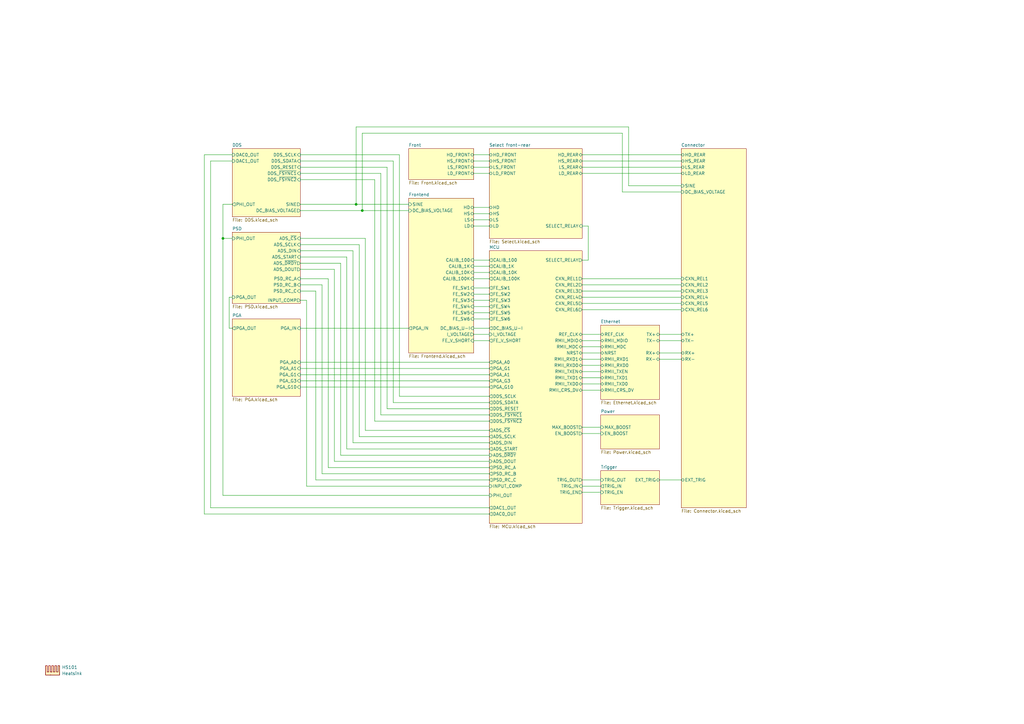
<source format=kicad_sch>
(kicad_sch (version 20231120) (generator "eeschema") (generator_version "8.0")
  (paper "A3")
  (lib_symbols
    (symbol "Mechanical:Heatsink" (pin_names (offset 1.016)) (exclude_from_sim yes)
      (property "Reference" "HS" (at 0 5.08 0))
      (property "Value" "Heatsink" (at 0 -1.27 0))
      (symbol "Heatsink_0_1"
        (polyline (pts (xy -0.3302 1.27) (xy -0.9652 1.27) (xy -0.9652 3.81) (xy -1.6002 3.81) (xy -1.6002 1.27) (xy -2.2352 1.27) (xy -2.2352 3.81) (xy -2.8702 3.81) (xy -2.8702 0) (xy -0.9652 0)) (stroke (width 0.254)) (fill (type background)))
        (polyline (pts (xy -0.3302 1.27) (xy -0.3302 3.81) (xy 0.3048 3.81) (xy 0.3048 1.27) (xy 0.9398 1.27) (xy 0.9398 3.81) (xy 1.5748 3.81) (xy 1.5748 1.27) (xy 2.2098 1.27) (xy 2.2098 3.81) (xy 2.8448 3.81) (xy 2.8448 0) (xy -0.9652 0)) (stroke (width 0.254)) (fill (type background)))
      )
    )
  )
  (junction (at 146.05 83.82))
  (junction (at 148.59 86.36))
  (junction (at 91.44 97.79))
  (wire (pts (xy 144.78 181.61) (xy 144.78 102.87)))
  (wire (pts (xy 194.31 134.62) (xy 200.66 134.62)))
  (wire (pts (xy 238.76 63.5) (xy 279.4 63.5)))
  (wire (pts (xy 238.76 139.7) (xy 246.38 139.7)))
  (wire (pts (xy 125.73 199.39) (xy 125.73 123.19)))
  (wire (pts (xy 194.31 125.73) (xy 200.66 125.73)))
  (wire (pts (xy 148.59 86.36) (xy 167.64 86.36)))
  (wire (pts (xy 200.66 176.53) (xy 149.86 176.53)))
  (wire (pts (xy 194.31 111.76) (xy 200.66 111.76)))
  (wire (pts (xy 255.27 54.61) (xy 148.59 54.61)))
  (wire (pts (xy 83.82 63.5) (xy 95.25 63.5)))
  (wire (pts (xy 200.66 191.77) (xy 134.62 191.77)))
  (wire (pts (xy 194.31 87.63) (xy 200.66 87.63)))
  (wire (pts (xy 238.76 201.93) (xy 246.38 201.93)))
  (wire (pts (xy 238.76 121.92) (xy 279.4 121.92)))
  (wire (pts (xy 257.81 76.2) (xy 257.81 52.07)))
  (wire (pts (xy 200.66 181.61) (xy 144.78 181.61)))
  (wire (pts (xy 132.08 116.84) (xy 123.19 116.84)))
  (wire (pts (xy 194.31 85.09) (xy 200.66 85.09)))
  (wire (pts (xy 156.21 71.12) (xy 123.19 71.12)))
  (wire (pts (xy 194.31 63.5) (xy 200.66 63.5)))
  (wire (pts (xy 123.19 86.36) (xy 148.59 86.36)))
  (wire (pts (xy 142.24 105.41) (xy 123.19 105.41)))
  (wire (pts (xy 238.76 149.86) (xy 246.38 149.86)))
  (wire (pts (xy 93.98 134.62) (xy 93.98 121.92)))
  (wire (pts (xy 200.66 179.07) (xy 147.32 179.07)))
  (wire (pts (xy 238.76 119.38) (xy 279.4 119.38)))
  (wire (pts (xy 91.44 97.79) (xy 91.44 203.2)))
  (wire (pts (xy 86.36 66.04) (xy 95.25 66.04)))
  (wire (pts (xy 161.29 66.04) (xy 123.19 66.04)))
  (wire (pts (xy 83.82 210.82) (xy 83.82 63.5)))
  (wire (pts (xy 238.76 152.4) (xy 246.38 152.4)))
  (wire (pts (xy 123.19 153.67) (xy 200.66 153.67)))
  (wire (pts (xy 238.76 196.85) (xy 246.38 196.85)))
  (wire (pts (xy 200.66 196.85) (xy 129.54 196.85)))
  (wire (pts (xy 134.62 114.3) (xy 123.19 114.3)))
  (wire (pts (xy 238.76 144.78) (xy 246.38 144.78)))
  (wire (pts (xy 144.78 102.87) (xy 123.19 102.87)))
  (wire (pts (xy 158.75 167.64) (xy 158.75 68.58)))
  (wire (pts (xy 194.31 123.19) (xy 200.66 123.19)))
  (wire (pts (xy 93.98 134.62) (xy 95.25 134.62)))
  (wire (pts (xy 200.66 186.69) (xy 139.7 186.69)))
  (wire (pts (xy 194.31 114.3) (xy 200.66 114.3)))
  (wire (pts (xy 132.08 194.31) (xy 132.08 116.84)))
  (wire (pts (xy 137.16 110.49) (xy 123.19 110.49)))
  (wire (pts (xy 238.76 106.68) (xy 241.3 106.68)))
  (wire (pts (xy 194.31 109.22) (xy 200.66 109.22)))
  (wire (pts (xy 238.76 71.12) (xy 279.4 71.12)))
  (wire (pts (xy 270.51 139.7) (xy 279.4 139.7)))
  (wire (pts (xy 270.51 144.78) (xy 279.4 144.78)))
  (wire (pts (xy 129.54 119.38) (xy 123.19 119.38)))
  (wire (pts (xy 200.66 162.56) (xy 163.83 162.56)))
  (wire (pts (xy 123.19 134.62) (xy 167.64 134.62)))
  (wire (pts (xy 255.27 78.74) (xy 255.27 54.61)))
  (wire (pts (xy 241.3 106.68) (xy 241.3 92.71)))
  (wire (pts (xy 200.66 208.28) (xy 86.36 208.28)))
  (wire (pts (xy 129.54 196.85) (xy 129.54 119.38)))
  (wire (pts (xy 270.51 196.85) (xy 279.4 196.85)))
  (wire (pts (xy 238.76 157.48) (xy 246.38 157.48)))
  (wire (pts (xy 238.76 68.58) (xy 279.4 68.58)))
  (wire (pts (xy 238.76 124.46) (xy 279.4 124.46)))
  (wire (pts (xy 194.31 90.17) (xy 200.66 90.17)))
  (wire (pts (xy 270.51 147.32) (xy 279.4 147.32)))
  (wire (pts (xy 194.31 120.65) (xy 200.66 120.65)))
  (wire (pts (xy 148.59 54.61) (xy 148.59 86.36)))
  (wire (pts (xy 238.76 66.04) (xy 279.4 66.04)))
  (wire (pts (xy 200.66 165.1) (xy 161.29 165.1)))
  (wire (pts (xy 137.16 189.23) (xy 137.16 110.49)))
  (wire (pts (xy 200.66 170.18) (xy 156.21 170.18)))
  (wire (pts (xy 194.31 130.81) (xy 200.66 130.81)))
  (wire (pts (xy 270.51 137.16) (xy 279.4 137.16)))
  (wire (pts (xy 139.7 107.95) (xy 123.19 107.95)))
  (wire (pts (xy 200.66 194.31) (xy 132.08 194.31)))
  (wire (pts (xy 86.36 208.28) (xy 86.36 66.04)))
  (wire (pts (xy 146.05 83.82) (xy 167.64 83.82)))
  (wire (pts (xy 139.7 186.69) (xy 139.7 107.95)))
  (wire (pts (xy 158.75 68.58) (xy 123.19 68.58)))
  (wire (pts (xy 91.44 97.79) (xy 91.44 83.82)))
  (wire (pts (xy 153.67 172.72) (xy 153.67 73.66)))
  (wire (pts (xy 194.31 92.71) (xy 200.66 92.71)))
  (wire (pts (xy 200.66 210.82) (xy 83.82 210.82)))
  (wire (pts (xy 194.31 118.11) (xy 200.66 118.11)))
  (wire (pts (xy 153.67 73.66) (xy 123.19 73.66)))
  (wire (pts (xy 194.31 68.58) (xy 200.66 68.58)))
  (wire (pts (xy 123.19 148.59) (xy 200.66 148.59)))
  (wire (pts (xy 149.86 176.53) (xy 149.86 97.79)))
  (wire (pts (xy 241.3 92.71) (xy 238.76 92.71)))
  (wire (pts (xy 149.86 97.79) (xy 123.19 97.79)))
  (wire (pts (xy 238.76 154.94) (xy 246.38 154.94)))
  (wire (pts (xy 279.4 76.2) (xy 257.81 76.2)))
  (wire (pts (xy 142.24 184.15) (xy 142.24 105.41)))
  (wire (pts (xy 123.19 151.13) (xy 200.66 151.13)))
  (wire (pts (xy 147.32 179.07) (xy 147.32 100.33)))
  (wire (pts (xy 91.44 83.82) (xy 95.25 83.82)))
  (wire (pts (xy 200.66 184.15) (xy 142.24 184.15)))
  (wire (pts (xy 279.4 78.74) (xy 255.27 78.74)))
  (wire (pts (xy 194.31 128.27) (xy 200.66 128.27)))
  (wire (pts (xy 161.29 165.1) (xy 161.29 66.04)))
  (wire (pts (xy 123.19 83.82) (xy 146.05 83.82)))
  (wire (pts (xy 125.73 123.19) (xy 123.19 123.19)))
  (wire (pts (xy 163.83 162.56) (xy 163.83 63.5)))
  (wire (pts (xy 194.31 71.12) (xy 200.66 71.12)))
  (wire (pts (xy 91.44 97.79) (xy 95.25 97.79)))
  (wire (pts (xy 238.76 114.3) (xy 279.4 114.3)))
  (wire (pts (xy 200.66 172.72) (xy 153.67 172.72)))
  (wire (pts (xy 146.05 52.07) (xy 146.05 83.82)))
  (wire (pts (xy 238.76 142.24) (xy 246.38 142.24)))
  (wire (pts (xy 156.21 170.18) (xy 156.21 71.12)))
  (wire (pts (xy 238.76 116.84) (xy 279.4 116.84)))
  (wire (pts (xy 238.76 175.26) (xy 246.38 175.26)))
  (wire (pts (xy 134.62 191.77) (xy 134.62 114.3)))
  (wire (pts (xy 147.32 100.33) (xy 123.19 100.33)))
  (wire (pts (xy 93.98 121.92) (xy 95.25 121.92)))
  (wire (pts (xy 238.76 177.8) (xy 246.38 177.8)))
  (wire (pts (xy 238.76 160.02) (xy 246.38 160.02)))
  (wire (pts (xy 238.76 199.39) (xy 246.38 199.39)))
  (wire (pts (xy 200.66 167.64) (xy 158.75 167.64)))
  (wire (pts (xy 200.66 189.23) (xy 137.16 189.23)))
  (wire (pts (xy 194.31 66.04) (xy 200.66 66.04)))
  (wire (pts (xy 238.76 147.32) (xy 246.38 147.32)))
  (wire (pts (xy 194.31 137.16) (xy 200.66 137.16)))
  (wire (pts (xy 123.19 156.21) (xy 200.66 156.21)))
  (wire (pts (xy 200.66 199.39) (xy 125.73 199.39)))
  (wire (pts (xy 238.76 137.16) (xy 246.38 137.16)))
  (wire (pts (xy 163.83 63.5) (xy 123.19 63.5)))
  (wire (pts (xy 238.76 127) (xy 279.4 127)))
  (wire (pts (xy 194.31 139.7) (xy 200.66 139.7)))
  (wire (pts (xy 194.31 106.68) (xy 200.66 106.68)))
  (wire (pts (xy 91.44 203.2) (xy 200.66 203.2)))
  (wire (pts (xy 123.19 158.75) (xy 200.66 158.75)))
  (wire (pts (xy 257.81 52.07) (xy 146.05 52.07)))
  (symbol (lib_id "Mechanical:Heatsink") (at 21.59 276.86 0) (unit 1) (exclude_from_sim yes)
    (property "Reference" "HS101" (at 25.4 273.6849 0) (effects (justify left)))
    (property "Value" "Heatsink" (at 25.4 276.2249 0) (effects (justify left)))
    (property "Footprint" "ETH1LCR3:960-19-12-S-AB-0" (effects (hide yes)))
    (property "Description" "Heatsink" (effects (hide yes)))
  )
  (sheet (at 167.64 81.28) (size 26.67 63.5) (stroke (width 0.1524)) (fill (color 255 255 194 1.0000))
    (property "Sheetname" "Frontend" (at 167.64 80.5684 0) (effects (justify left bottom)))
    (property "Sheetfile" "Frontend.kicad_sch" (at 167.64 145.3646 0) (effects (justify left top)))
    (pin "I_VOLTAGE" output (at 194.31 137.16 0))
    (pin "FE_V_SHORT" input (at 194.31 139.7 0))
    (pin "LS" bidirectional (at 194.31 90.17 0))
    (pin "HD" bidirectional (at 194.31 85.09 0))
    (pin "HS" bidirectional (at 194.31 87.63 0))
    (pin "LD" bidirectional (at 194.31 92.71 0))
    (pin "FE_SW3" input (at 194.31 123.19 0))
    (pin "FE_SW4" input (at 194.31 125.73 0))
    (pin "FE_SW2" input (at 194.31 120.65 0))
    (pin "FE_SW1" input (at 194.31 118.11 0))
    (pin "SINE" input (at 167.64 83.82 180))
    (pin "DC_BIAS_U-I" input (at 194.31 134.62 0))
    (pin "DC_BIAS_VOLTAGE" input (at 167.64 86.36 180))
    (pin "FE_SW6" input (at 194.31 130.81 0))
    (pin "FE_SW5" input (at 194.31 128.27 0))
    (pin "CALIB_100K" input (at 194.31 114.3 0))
    (pin "CALIB_10K" input (at 194.31 111.76 0))
    (pin "CALIB_1K" input (at 194.31 109.22 0))
    (pin "CALIB_100" input (at 194.31 106.68 0))
    (pin "PGA_IN" output (at 167.64 134.62 180))
  )
  (sheet (at 246.38 170.18) (size 24.13 13.97) (stroke (width 0.1524)) (fill (color 255 255 194 1.0000))
    (property "Sheetname" "Power" (at 246.38 169.4684 0) (effects (justify left bottom)))
    (property "Sheetfile" "Power.kicad_sch" (at 246.38 184.7346 0) (effects (justify left top)))
    (pin "MAX_BOOST" input (at 246.38 175.26 180))
    (pin "EN_BOOST" input (at 246.38 177.8 180))
  )
  (sheet (at 279.4 60.96) (size 26.67 147.32) (stroke (width 0.1524)) (fill (color 255 255 194 1.0000))
    (property "Sheetname" "Connector" (at 279.4 60.2484 0) (effects (justify left bottom)))
    (property "Sheetfile" "Connector.kicad_sch" (at 279.4 208.8646 0) (effects (justify left top)))
    (pin "TX-" bidirectional (at 279.4 139.7 180))
    (pin "TX+" bidirectional (at 279.4 137.16 180))
    (pin "RX-" bidirectional (at 279.4 147.32 180))
    (pin "RX+" bidirectional (at 279.4 144.78 180))
    (pin "HS_REAR" bidirectional (at 279.4 66.04 180))
    (pin "HD_REAR" bidirectional (at 279.4 63.5 180))
    (pin "LS_REAR" bidirectional (at 279.4 68.58 180))
    (pin "LD_REAR" bidirectional (at 279.4 71.12 180))
    (pin "EXT_TRIG" bidirectional (at 279.4 196.85 180))
    (pin "CXN_REL1" input (at 279.4 114.3 180))
    (pin "CXN_REL4" input (at 279.4 121.92 180))
    (pin "CXN_REL2" input (at 279.4 116.84 180))
    (pin "CXN_REL3" input (at 279.4 119.38 180))
    (pin "CXN_REL5" input (at 279.4 124.46 180))
    (pin "CXN_REL6" input (at 279.4 127 180))
    (pin "SINE" input (at 279.4 76.2 180))
    (pin "DC_BIAS_VOLTAGE" input (at 279.4 78.74 180))
  )
  (sheet (at 167.64 60.96) (size 26.67 12.7) (stroke (width 0.1524)) (fill (color 255 255 194 1.0000))
    (property "Sheetname" "Front" (at 167.64 60.2484 0) (effects (justify left bottom)))
    (property "Sheetfile" "Front.kicad_sch" (at 167.64 74.2446 0) (effects (justify left top)))
    (pin "HS_FRONT" bidirectional (at 194.31 66.04 0))
    (pin "HD_FRONT" bidirectional (at 194.31 63.5 0))
    (pin "LD_FRONT" bidirectional (at 194.31 71.12 0))
    (pin "LS_FRONT" bidirectional (at 194.31 68.58 0))
  )
  (sheet (at 95.25 60.96) (size 27.94 27.94) (stroke (width 0.1524)) (fill (color 255 255 194 1.0000))
    (property "Sheetname" "DDS" (at 95.25 60.2484 0) (effects (justify left bottom)))
    (property "Sheetfile" "DDS.kicad_sch" (at 95.25 89.4846 0) (effects (justify left top)))
    (pin "PHI_OUT" output (at 95.25 83.82 180))
    (pin "DAC1_OUT" input (at 95.25 66.04 180))
    (pin "DC_BIAS_VOLTAGE" output (at 123.19 86.36 0))
    (pin "DAC0_OUT" input (at 95.25 63.5 180))
    (pin "SINE" output (at 123.19 83.82 0))
    (pin "DDS_~{FSYNC2}" input (at 123.19 73.66 0))
    (pin "DDS_~{FSYNC1}" input (at 123.19 71.12 0))
    (pin "DDS_SCLK" input (at 123.19 63.5 0))
    (pin "DDS_SDATA" input (at 123.19 66.04 0))
    (pin "DDS_RESET" input (at 123.19 68.58 0))
  )
  (sheet (at 200.66 102.87) (size 38.1 111.76) (stroke (width 0.1524)) (fill (color 255 255 194 1.0000))
    (property "Sheetname" "MCU" (at 200.66 102.1584 0) (effects (justify left bottom)))
    (property "Sheetfile" "MCU.kicad_sch" (at 200.66 215.2146 0) (effects (justify left top)))
    (pin "RMII_MDC" bidirectional (at 238.76 142.24 0))
    (pin "RMII_RXD1" bidirectional (at 238.76 147.32 0))
    (pin "RMII_RXD0" bidirectional (at 238.76 149.86 0))
    (pin "RMII_TXD1" bidirectional (at 238.76 154.94 0))
    (pin "RMII_TXEN" bidirectional (at 238.76 152.4 0))
    (pin "RMII_TXD0" bidirectional (at 238.76 157.48 0))
    (pin "RMII_CRS_DV" bidirectional (at 238.76 160.02 0))
    (pin "RMII_MDIO" bidirectional (at 238.76 139.7 0))
    (pin "REF_CLK" bidirectional (at 238.76 137.16 0))
    (pin "NRST" bidirectional (at 238.76 144.78 0))
    (pin "CALIB_1K" output (at 200.66 109.22 180))
    (pin "CALIB_100" output (at 200.66 106.68 180))
    (pin "CALIB_10K" output (at 200.66 111.76 180))
    (pin "CALIB_100K" output (at 200.66 114.3 180))
    (pin "FE_SW6" output (at 200.66 130.81 180))
    (pin "FE_SW3" output (at 200.66 123.19 180))
    (pin "FE_SW2" output (at 200.66 120.65 180))
    (pin "FE_SW4" output (at 200.66 125.73 180))
    (pin "FE_SW5" output (at 200.66 128.27 180))
    (pin "FE_SW1" output (at 200.66 118.11 180))
    (pin "I_VOLTAGE" input (at 200.66 137.16 180))
    (pin "PHI_OUT" input (at 200.66 203.2 180))
    (pin "SELECT_RELAY" output (at 238.76 106.68 0))
    (pin "PGA_A0" output (at 200.66 148.59 180))
    (pin "PGA_G10" output (at 200.66 158.75 180))
    (pin "PGA_A1" output (at 200.66 153.67 180))
    (pin "PGA_G3" output (at 200.66 156.21 180))
    (pin "PGA_G1" output (at 200.66 151.13 180))
    (pin "ADS_~{DRDY}" input (at 200.66 186.69 180))
    (pin "ADS_~{CS}" output (at 200.66 176.53 180))
    (pin "ADS_DOUT" input (at 200.66 189.23 180))
    (pin "ADS_SCLK" output (at 200.66 179.07 180))
    (pin "ADS_DIN" output (at 200.66 181.61 180))
    (pin "ADS_START" output (at 200.66 184.15 180))
    (pin "DDS_~{FSYNC2}" output (at 200.66 172.72 180))
    (pin "DDS_SCLK" output (at 200.66 162.56 180))
    (pin "DDS_SDATA" output (at 200.66 165.1 180))
    (pin "DDS_~{FSYNC1}" output (at 200.66 170.18 180))
    (pin "DDS_RESET" output (at 200.66 167.64 180))
    (pin "PSD_RC_C" output (at 200.66 196.85 180))
    (pin "PSD_RC_B" output (at 200.66 194.31 180))
    (pin "PSD_RC_A" output (at 200.66 191.77 180))
    (pin "INPUT_COMP" input (at 200.66 199.39 180))
    (pin "FE_V_SHORT" output (at 200.66 139.7 180))
    (pin "DC_BIAS_U-I" output (at 200.66 134.62 180))
    (pin "MAX_BOOST" output (at 238.76 175.26 0))
    (pin "EN_BOOST" output (at 238.76 177.8 0))
    (pin "TRIG_EN" output (at 238.76 201.93 0))
    (pin "TRIG_OUT" output (at 238.76 196.85 0))
    (pin "TRIG_IN" input (at 238.76 199.39 0))
    (pin "DAC1_OUT" output (at 200.66 208.28 180))
    (pin "DAC0_OUT" output (at 200.66 210.82 180))
    (pin "CXN_REL5" output (at 238.76 124.46 0))
    (pin "CXN_REL6" output (at 238.76 127 0))
    (pin "CXN_REL4" output (at 238.76 121.92 0))
    (pin "CXN_REL3" output (at 238.76 119.38 0))
    (pin "CXN_REL2" output (at 238.76 116.84 0))
    (pin "CXN_REL1" output (at 238.76 114.3 0))
  )
  (sheet (at 246.38 133.35) (size 24.13 30.48) (stroke (width 0.1524)) (fill (color 255 255 194 1.0000))
    (property "Sheetname" "Ethernet" (at 246.38 132.6384 0) (effects (justify left bottom)))
    (property "Sheetfile" "Ethernet.kicad_sch" (at 246.38 164.4146 0) (effects (justify left top)))
    (pin "REF_CLK" bidirectional (at 246.38 137.16 180))
    (pin "RMII_MDIO" bidirectional (at 246.38 139.7 180))
    (pin "RMII_MDC" bidirectional (at 246.38 142.24 180))
    (pin "NRST" bidirectional (at 246.38 144.78 180))
    (pin "RMII_TXD1" bidirectional (at 246.38 154.94 180))
    (pin "RMII_CRS_DV" bidirectional (at 246.38 160.02 180))
    (pin "RMII_RXD1" bidirectional (at 246.38 147.32 180))
    (pin "RMII_TXD0" bidirectional (at 246.38 157.48 180))
    (pin "RMII_TXEN" bidirectional (at 246.38 152.4 180))
    (pin "RMII_RXD0" bidirectional (at 246.38 149.86 180))
    (pin "RX+" bidirectional (at 270.51 144.78 0))
    (pin "TX+" bidirectional (at 270.51 137.16 0))
    (pin "TX-" bidirectional (at 270.51 139.7 0))
    (pin "RX-" bidirectional (at 270.51 147.32 0))
  )
  (sheet (at 246.38 193.04) (size 24.13 13.97) (stroke (width 0.1524)) (fill (color 255 255 194 1.0000))
    (property "Sheetname" "Trigger" (at 246.38 192.3284 0) (effects (justify left bottom)))
    (property "Sheetfile" "Trigger.kicad_sch" (at 246.38 207.5946 0) (effects (justify left top)))
    (pin "EXT_TRIG" bidirectional (at 270.51 196.85 0))
    (pin "TRIG_OUT" input (at 246.38 196.85 180))
    (pin "TRIG_IN" output (at 246.38 199.39 180))
    (pin "TRIG_EN" input (at 246.38 201.93 180))
  )
  (sheet (at 95.25 130.81) (size 27.94 31.75) (stroke (width 0.1524)) (fill (color 255 255 194 1.0000))
    (property "Sheetname" "PGA" (at 95.25 130.0984 0) (effects (justify left bottom)))
    (property "Sheetfile" "PGA.kicad_sch" (at 95.25 163.1446 0) (effects (justify left top)))
    (pin "PGA_A0" input (at 123.19 148.59 0))
    (pin "PGA_A1" input (at 123.19 151.13 0))
    (pin "PGA_IN" input (at 123.19 134.62 0))
    (pin "PGA_OUT" output (at 95.25 134.62 180))
    (pin "PGA_G10" input (at 123.19 158.75 0))
    (pin "PGA_G1" input (at 123.19 153.67 0))
    (pin "PGA_G3" input (at 123.19 156.21 0))
  )
  (sheet (at 200.66 60.96) (size 38.1 36.83) (stroke (width 0.1524)) (fill (color 255 255 194 1.0000))
    (property "Sheetname" "Select front-rear" (at 200.66 60.2484 0) (effects (justify left bottom)))
    (property "Sheetfile" "Select.kicad_sch" (at 200.66 98.3746 0) (effects (justify left top)))
    (pin "HS_FRONT" bidirectional (at 200.66 66.04 180))
    (pin "HS_REAR" bidirectional (at 238.76 66.04 0))
    (pin "LD_FRONT" bidirectional (at 200.66 71.12 180))
    (pin "LS_REAR" bidirectional (at 238.76 68.58 0))
    (pin "LD_REAR" bidirectional (at 238.76 71.12 0))
    (pin "LS_FRONT" bidirectional (at 200.66 68.58 180))
    (pin "LD" bidirectional (at 200.66 92.71 180))
    (pin "LS" bidirectional (at 200.66 90.17 180))
    (pin "HD_FRONT" bidirectional (at 200.66 63.5 180))
    (pin "HD_REAR" bidirectional (at 238.76 63.5 0))
    (pin "HD" bidirectional (at 200.66 85.09 180))
    (pin "HS" bidirectional (at 200.66 87.63 180))
    (pin "SELECT_RELAY" input (at 238.76 92.71 0))
  )
  (sheet (at 95.25 95.25) (size 27.94 29.21) (stroke (width 0.1524)) (fill (color 255 255 194 1.0000))
    (property "Sheetname" "PSD" (at 95.25 94.5384 0) (effects (justify left bottom)))
    (property "Sheetfile" "PSD.kicad_sch" (at 95.25 125.0446 0) (effects (justify left top)))
    (pin "PGA_OUT" input (at 95.25 121.92 180))
    (pin "PSD_RC_C" input (at 123.19 119.38 0))
    (pin "PSD_RC_A" input (at 123.19 114.3 0))
    (pin "PSD_RC_B" input (at 123.19 116.84 0))
    (pin "PHI_OUT" input (at 95.25 97.79 180))
    (pin "ADS_SCLK" input (at 123.19 100.33 0))
    (pin "ADS_~{CS}" input (at 123.19 97.79 0))
    (pin "ADS_DOUT" output (at 123.19 110.49 0))
    (pin "ADS_~{DRDY}" output (at 123.19 107.95 0))
    (pin "ADS_START" input (at 123.19 105.41 0))
    (pin "ADS_DIN" input (at 123.19 102.87 0))
    (pin "INPUT_COMP" output (at 123.19 123.19 0))
  )
)
</source>
